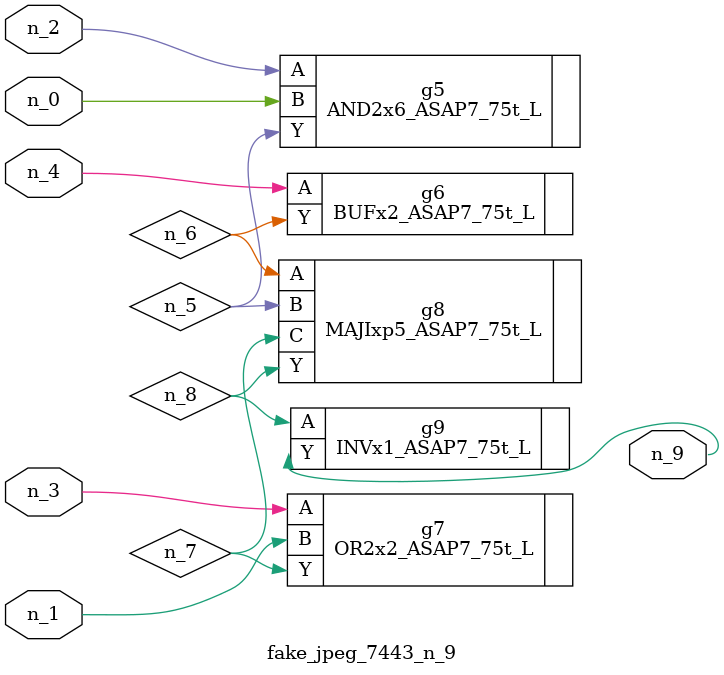
<source format=v>
module fake_jpeg_7443_n_9 (n_3, n_2, n_1, n_0, n_4, n_9);

input n_3;
input n_2;
input n_1;
input n_0;
input n_4;

output n_9;

wire n_8;
wire n_6;
wire n_5;
wire n_7;

AND2x6_ASAP7_75t_L g5 ( 
.A(n_2),
.B(n_0),
.Y(n_5)
);

BUFx2_ASAP7_75t_L g6 ( 
.A(n_4),
.Y(n_6)
);

OR2x2_ASAP7_75t_L g7 ( 
.A(n_3),
.B(n_1),
.Y(n_7)
);

MAJIxp5_ASAP7_75t_L g8 ( 
.A(n_6),
.B(n_5),
.C(n_7),
.Y(n_8)
);

INVx1_ASAP7_75t_L g9 ( 
.A(n_8),
.Y(n_9)
);


endmodule
</source>
